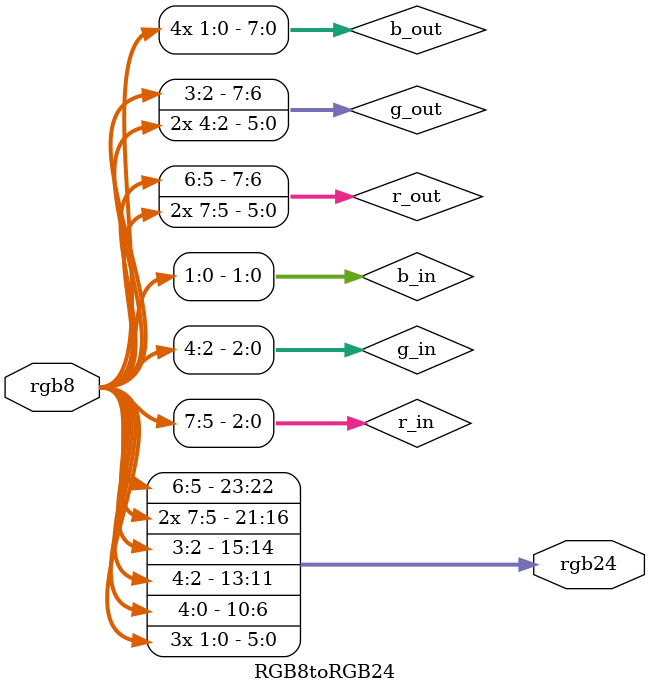
<source format=v>
/*
 * RGB8toRGB24
 * Converts an 8-bit RGB value (RRRGGGBB) to a 24-bit RGB value (RRRRRRRR GGGGGGGG BBBBBBBB)
 */
module RGB8toRGB24 (
    input wire  [7:0]   rgb8,  // 8-bit RGB input (RRRGGGBB)
    output wire [23:0]  rgb24  // 24-bit RGB output (RRRRRRRR GGGGGGGG BBBBBBBB)
);

wire [2:0] r_in = rgb8[7:5];  // Extract 3 bits for red
wire [2:0] g_in = rgb8[4:2];  // Extract 3 bits for green
wire [1:0] b_in = rgb8[1:0];  // Extract 2 bits for blue

// Expand each channel to 8 bits using replication
wire [7:0] r_out = {r_in, r_in, r_in[2:0]};
wire [7:0] g_out = {g_in, g_in, g_in[2:0]};
wire [7:0] b_out = {b_in, b_in, b_in, b_in};

// Combine the expanded channels into a 24-bit RGB value
assign rgb24 = {r_out, g_out, b_out};

endmodule

</source>
